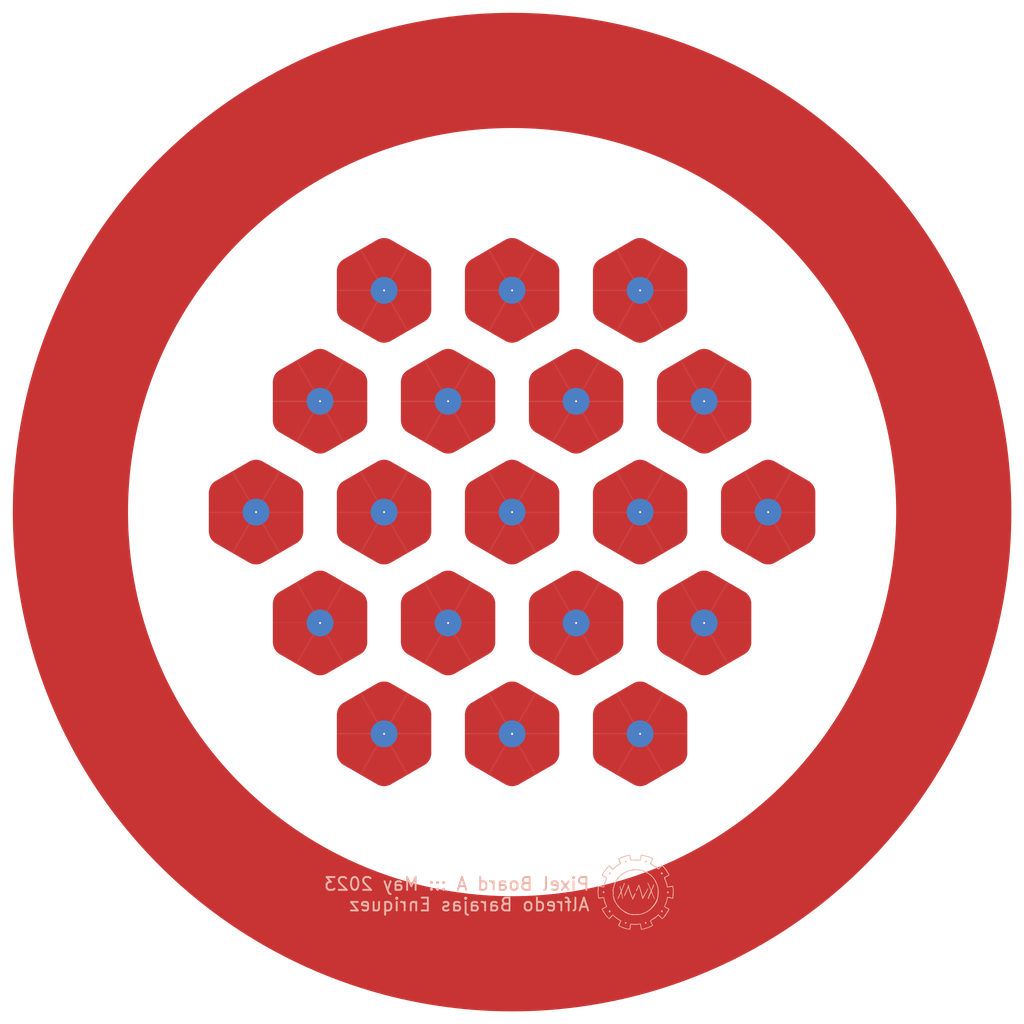
<source format=kicad_pcb>
(kicad_pcb (version 20221018) (generator pcbnew)
  (layers (0 "F.Cu" signal) (31 "B.Cu" signal) (34 "B.Paste" user) (35 "F.Paste" user) (36 "B.SilkS" user "B.Silkscreen") (37 "F.SilkS" user "F.Silkscreen") (38 "B.Mask" user) (39 "F.Mask" user) (44 "Edge.Cuts" user))
  (net 0 "")
  (footprint "1.Hex:Hex.Tile.Solid.Hex" (layer "F.Cu") (at 64.955 75.615 90)
    (fp_text reference "REF**" hide)
    (fp_text value "Hex.Tile.Solid.Hex" hide)
  )
  (footprint "1.Hex:Hex.Tile.Solid.Hex" (layer "F.Cu") (at 74.955 40.975 90)
    (fp_text reference "REF**" hide)
    (fp_text value "Hex.Tile.Solid.Hex" hide)
  )
  (footprint "1.Hex:Hex.Tile.Solid.Hex" (layer "F.Cu") (at 74.955 75.615 90)
    (fp_text reference "REF**" hide)
    (fp_text value "Hex.Tile.Solid.Hex" hide)
  )
  (footprint "1.Hex:Hex.Tile.Solid.Hex" (layer "F.Cu") (at 54.955 40.975 90)
    (fp_text reference "REF**" hide)
    (fp_text value "Hex.Tile.Solid.Hex" hide)
  )
  (footprint "1.Hex:Hex.Tile.Solid.Hex" (layer "F.Cu") (at 79.955 49.635 90)
    (fp_text reference "REF**" hide)
    (fp_text value "Hex.Tile.Solid.Hex" hide)
  )
  (footprint "1.Hex:Hex.Tile.Solid.Hex" (layer "F.Cu") (at 44.955 58.295 90)
    (fp_text reference "REF**" hide)
    (fp_text value "Hex.Tile.Solid.Hex" hide)
  )
  (footprint "1.Hex:Hex.Tile.Solid.Hex" (layer "F.Cu") (at 69.955 49.635 90)
    (fp_text reference "REF**" hide)
    (fp_text value "Hex.Tile.Solid.Hex" hide)
  )
  (footprint "1.Hex:Hex.Tile.Solid.Hex" (layer "F.Cu") (at 64.955 58.295 90)
    (fp_text reference "REF**" hide)
    (fp_text value "Hex.Tile.Solid.Hex" hide)
  )
  (footprint "1.Hex:Hex.Tile.Solid.Hex" (layer "F.Cu") (at 69.955 66.955 90)
    (fp_text reference "REF**" hide)
    (fp_text value "Hex.Tile.Solid.Hex" hide)
  )
  (footprint "1.Hex:Hex.Tile.Solid.Hex" (layer "F.Cu") (at 54.955 75.615 90)
    (fp_text reference "REF**" hide)
    (fp_text value "Hex.Tile.Solid.Hex" hide)
  )
  (footprint "1.Hex:Hex.Tile.Solid.Hex" (layer "F.Cu") (at 59.955 49.635 90)
    (fp_text reference "REF**" hide)
    (fp_text value "Hex.Tile.Solid.Hex" hide)
  )
  (footprint "1.Hex:Hex.Tile.Solid.Hex" (layer "F.Cu") (at 84.955 58.295 90)
    (fp_text reference "REF**" hide)
    (fp_text value "Hex.Tile.Solid.Hex" hide)
  )
  (footprint "1.Hex:Hex.Tile.Solid.Hex" (layer "F.Cu") (at 79.955 66.955 90)
    (fp_text reference "REF**" hide)
    (fp_text value "Hex.Tile.Solid.Hex" hide)
  )
  (footprint "1.Hex:Hex.Tile.Solid.Hex" (layer "F.Cu") (at 54.955 58.295 90)
    (fp_text reference "REF**" hide)
    (fp_text value "Hex.Tile.Solid.Hex" hide)
  )
  (footprint "1.Hex:Hex.Tile.Solid.Hex" (layer "F.Cu") (at 49.955 49.635 90)
    (fp_text reference "REF**" hide)
    (fp_text value "Hex.Tile.Solid.Hex" hide)
  )
  (footprint "1.Hex:Hex.Tile.Solid.Hex" (layer "F.Cu") (at 74.955 58.295 90)
    (fp_text reference "REF**" hide)
    (fp_text value "Hex.Tile.Solid.Hex" hide)
  )
  (footprint "1.Hex:Hex.Tile.Solid.Hex" (layer "F.Cu") (at 64.955 40.975 90)
    (fp_text reference "REF**" hide)
    (fp_text value "Hex.Tile.Solid.Hex" hide)
  )
  (footprint "1.Hex:Hex.Tile.Solid.Hex" (layer "F.Cu") (at 49.955 66.955 90)
    (fp_text reference "REF**" hide)
    (fp_text value "Hex.Tile.Solid.Hex" hide)
  )
  (footprint "1.Hex:Hex.Tile.Solid.Hex" (layer "F.Cu") (at 59.955 66.955 90)
    (fp_text reference "REF**" hide)
    (fp_text value "Hex.Tile.Solid.Hex" hide)
  )
  (footprint "LOGO" (layer "B.Cu") (at 74.604998 87.940715 180)
    (fp_text reference "G***" hide)
    (fp_text value "LOGO" hide)
  )
  (gr_circle (center 64.955 58.295) (end 99.455 58.295) (stroke (width 9)) (fill none) (layer "F.Cu"))
  (gr_circle (center 49.955 66.955) (end 50.955 66.955) (stroke (width 0.1)) (fill solid) (layer "B.Cu"))
  (gr_circle (center 79.955 49.635) (end 80.955 49.635) (stroke (width 0.1)) (fill solid) (layer "B.Cu"))
  (gr_circle (center 64.951263 40.968737) (end 65.951263 40.968737) (stroke (width 0.1)) (fill solid) (layer "B.Cu"))
  (gr_circle (center 49.955 49.635) (end 50.955 49.635) (stroke (width 0.1)) (fill solid) (layer "B.Cu"))
  (gr_circle (center 84.955 58.295) (end 85.955 58.295) (stroke (width 0.1)) (fill solid) (layer "B.Cu"))
  (gr_circle (center 79.955 66.955) (end 80.955 66.955) (stroke (width 0.1)) (fill solid) (layer "B.Cu"))
  (gr_circle (center 64.955 75.615) (end 65.955 75.615) (stroke (width 0.1)) (fill solid) (layer "B.Cu"))
  (gr_circle (center 74.955 40.975) (end 75.955 40.975) (stroke (width 0.1)) (fill solid) (layer "B.Cu"))
  (gr_circle (center 59.955 66.955) (end 60.955 66.955) (stroke (width 0.1)) (fill solid) (layer "B.Cu"))
  (gr_circle (center 69.955 66.955) (end 70.955 66.955) (stroke (width 0.1)) (fill solid) (layer "B.Cu"))
  (gr_circle (center 74.955 75.615) (end 75.955 75.615) (stroke (width 0.1)) (fill solid) (layer "B.Cu"))
  (gr_circle (center 44.955 58.295) (end 45.955 58.295) (stroke (width 0.1)) (fill solid) (layer "B.Cu"))
  (gr_circle (center 69.955 49.635) (end 70.955 49.635) (stroke (width 0.1)) (fill solid) (layer "B.Cu"))
  (gr_circle (center 64.955 58.295) (end 65.955 58.295) (stroke (width 0.1)) (fill solid) (layer "B.Cu"))
  (gr_circle (center 59.955 49.635) (end 60.955 49.635) (stroke (width 0.1)) (fill solid) (layer "B.Cu"))
  (gr_circle (center 54.955 75.615) (end 55.955 75.615) (stroke (width 0.1)) (fill solid) (layer "B.Cu"))
  (gr_circle (center 54.955 58.295) (end 55.955 58.295) (stroke (width 0.1)) (fill solid) (layer "B.Cu"))
  (gr_circle (center 74.955 58.295) (end 75.955 58.295) (stroke (width 0.1)) (fill solid) (layer "B.Cu"))
  (gr_circle (center 54.955 40.975) (end 55.955 40.975) (stroke (width 0.1)) (fill solid) (layer "B.Cu"))
  (gr_circle (center 64.955 58.295) (end 103.955 58.295) (stroke (width 0.001)) (fill none) (layer "Edge.Cuts"))
  (gr_circle (center 64.955 23.295) (end 66.455 23.295) (stroke (width 0.001)) (fill none) (layer "Edge.Cuts"))
  (gr_circle (center 34.644111 75.795) (end 36.144111 75.795) (stroke (width 0.001)) (fill none) (layer "Edge.Cuts"))
  (gr_circle (center 95.265889 75.795) (end 96.765889 75.795) (stroke (width 0.001)) (fill none) (layer "Edge.Cuts"))
  (gr_text "Pixel Board A ::: May 2023\nAlfredo Barajas Enriquez" (at 71.09 89.54) (layer "B.SilkS") (effects (font (size 1 1)) (justify left bottom mirror)))
  (via blind (at 64.955 75.615) (size 0.25) (drill 0.15) (layers "F.Cu" "B.Cu") (net 0))
  (via blind (at 84.955 58.295) (size 0.25) (drill 0.15) (layers "F.Cu" "B.Cu") (net 0))
  (via blind (at 54.955 58.295) (size 0.25) (drill 0.15) (layers "F.Cu" "B.Cu") (net 0))
  (via blind (at 64.955 40.975) (size 0.25) (drill 0.15) (layers "F.Cu" "B.Cu") (net 0))
  (via blind (at 79.955 49.635) (size 0.25) (drill 0.15) (layers "F.Cu" "B.Cu") (net 0))
  (via blind (at 64.955 75.615) (size 0.25) (drill 0.15) (layers "F.Cu" "B.Cu") (net 0))
  (via blind (at 69.955 66.955) (size 0.25) (drill 0.15) (layers "F.Cu" "B.Cu") (net 0))
  (via blind (at 74.955 40.975) (size 0.25) (drill 0.15) (layers "F.Cu" "B.Cu") (net 0))
  (via blind (at 74.955 75.615) (size 0.25) (drill 0.15) (layers "F.Cu" "B.Cu") (net 0))
  (via blind (at 44.955 58.295) (size 0.25) (drill 0.15) (layers "F.Cu" "B.Cu") (net 0))
  (via blind (at 49.955 66.955) (size 0.25) (drill 0.15) (layers "F.Cu" "B.Cu") (net 0))
  (via blind (at 59.955 66.955) (size 0.25) (drill 0.15) (layers "F.Cu" "B.Cu") (net 0))
  (via blind (at 64.955 58.295) (size 0.25) (drill 0.15) (layers "F.Cu" "B.Cu") (net 0))
  (via blind (at 54.955 75.615) (size 0.25) (drill 0.15) (layers "F.Cu" "B.Cu") (net 0))
  (via blind (at 59.955 49.635) (size 0.25) (drill 0.15) (layers "F.Cu" "B.Cu") (net 0))
  (via blind (at 54.955 40.975) (size 0.25) (drill 0.15) (layers "F.Cu" "B.Cu") (net 0))
  (via blind (at 79.955 66.955) (size 0.25) (drill 0.15) (layers "F.Cu" "B.Cu") (net 0))
  (via blind (at 74.955 58.295) (size 0.25) (drill 0.15) (layers "F.Cu" "B.Cu") (net 0))
  (via blind (at 49.955 49.635) (size 0.25) (drill 0.15) (layers "F.Cu" "B.Cu") (net 0))
  (via blind (at 69.955 49.635) (size 0.25) (drill 0.15) (layers "F.Cu" "B.Cu") (net 0))
)
</source>
